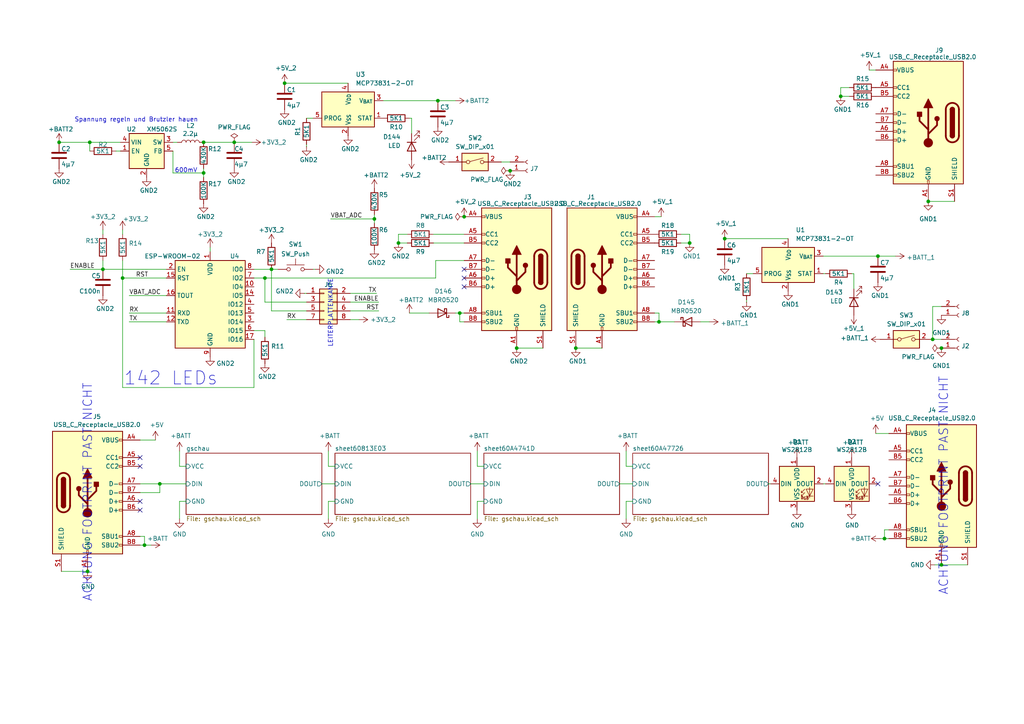
<source format=kicad_sch>
(kicad_sch (version 20231120) (generator "eeschema") (generator_version "8.0")
  (paper "A4")
  (lib_symbols
    (symbol "Battery_Management:MCP73831-2-OT"
      (property "Reference" "U" (at -7.62 6.35 0))
      (property "Value" "MCP73831-2-OT" (at 1.27 6.35 0))
      (symbol "MCP73831-2-OT_1_1"
        (pin tri_state line (at 10.16 -2.54 180) (length 2.54) (name "STAT") (number "1"))
        (pin power_in line (at 0 -7.62 90) (length 2.54) (name "V_{SS}") (number "2"))
        (pin power_out line (at 10.16 2.54 180) (length 2.54) (name "V_{BAT}") (number "3"))
        (pin power_in line (at 0 7.62 270) (length 2.54) (name "V_{DD}") (number "4"))
        (pin input line (at -10.16 -2.54 0) (length 2.54) (name "PROG") (number "5"))
      )
    )
    (symbol "Connector:Conn_01x02_Female" (pin_names (offset 1.016) hide)
      (property "Reference" "J" (at 0 2.54 0))
      (property "Value" "Conn_01x02_Female" (at 0 -5.08 0))
      (symbol "Conn_01x02_Female_1_1"
        (pin passive line (at -5.08 0 0) (length 3.81) (name "Pin_1") (number "1"))
        (pin passive line (at -5.08 -2.54 0) (length 3.81) (name "Pin_2") (number "2"))
      )
    )
    (symbol "Connector:USB_C_Receptacle_USB2.0" (pin_names (offset 1.016))
      (property "Reference" "J" (at -10.16 19.05 0))
      (property "Value" "USB_C_Receptacle_USB2.0" (at 19.05 19.05 0))
      (symbol "USB_C_Receptacle_USB2.0_1_1"
        (pin passive line (at 0 -22.86 90) (length 5.08) (name "GND") (number "A1"))
        (pin passive line (at 0 -22.86 90) (length 5.08) hide (name "GND") (number "A12"))
        (pin passive line (at 15.24 15.24 180) (length 5.08) (name "VBUS") (number "A4"))
        (pin bidirectional line (at 15.24 10.16 180) (length 5.08) (name "CC1") (number "A5"))
        (pin bidirectional line (at 15.24 -2.54 180) (length 5.08) (name "D+") (number "A6"))
        (pin bidirectional line (at 15.24 2.54 180) (length 5.08) (name "D-") (number "A7"))
        (pin bidirectional line (at 15.24 -12.7 180) (length 5.08) (name "SBU1") (number "A8"))
        (pin passive line (at 15.24 15.24 180) (length 5.08) hide (name "VBUS") (number "A9"))
        (pin passive line (at 0 -22.86 90) (length 5.08) hide (name "GND") (number "B1"))
        (pin passive line (at 0 -22.86 90) (length 5.08) hide (name "GND") (number "B12"))
        (pin passive line (at 15.24 15.24 180) (length 5.08) hide (name "VBUS") (number "B4"))
        (pin bidirectional line (at 15.24 7.62 180) (length 5.08) (name "CC2") (number "B5"))
        (pin bidirectional line (at 15.24 -5.08 180) (length 5.08) (name "D+") (number "B6"))
        (pin bidirectional line (at 15.24 0 180) (length 5.08) (name "D-") (number "B7"))
        (pin bidirectional line (at 15.24 -15.24 180) (length 5.08) (name "SBU2") (number "B8"))
        (pin passive line (at 15.24 15.24 180) (length 5.08) hide (name "VBUS") (number "B9"))
        (pin passive line (at -7.62 -22.86 90) (length 5.08) (name "SHIELD") (number "S1"))
      )
    )
    (symbol "Connector_Generic:Conn_02x04_Odd_Even" (pin_names (offset 1.016) hide)
      (property "Reference" "J" (at 1.27 5.08 0))
      (property "Value" "Conn_02x04_Odd_Even" (at 1.27 -7.62 0))
      (symbol "Conn_02x04_Odd_Even_1_1"
        (pin passive line (at -5.08 2.54 0) (length 3.81) (name "Pin_1") (number "1"))
        (pin passive line (at 7.62 2.54 180) (length 3.81) (name "Pin_2") (number "2"))
        (pin passive line (at -5.08 0 0) (length 3.81) (name "Pin_3") (number "3"))
        (pin passive line (at 7.62 0 180) (length 3.81) (name "Pin_4") (number "4"))
        (pin passive line (at -5.08 -2.54 0) (length 3.81) (name "Pin_5") (number "5"))
        (pin passive line (at 7.62 -2.54 180) (length 3.81) (name "Pin_6") (number "6"))
        (pin passive line (at -5.08 -5.08 0) (length 3.81) (name "Pin_7") (number "7"))
        (pin passive line (at 7.62 -5.08 180) (length 3.81) (name "Pin_8") (number "8"))
      )
    )
    (symbol "Device:C" (pin_numbers hide) (pin_names (offset 0.254))
      (property "Reference" "C" (at 0.635 2.54 0))
      (property "Value" "C" (at 0.635 -2.54 0))
      (symbol "C_1_1"
        (pin passive line (at 0 3.81 270) (length 2.794) (name "~") (number "1"))
        (pin passive line (at 0 -3.81 90) (length 2.794) (name "~") (number "2"))
      )
    )
    (symbol "Device:L" (pin_numbers hide) (pin_names (offset 1.016) hide)
      (property "Reference" "L" (at -1.27 0 90))
      (property "Value" "L" (at 1.905 0 90))
      (symbol "L_1_1"
        (pin passive line (at 0 3.81 270) (length 1.27) (name "1") (number "1"))
        (pin passive line (at 0 -3.81 90) (length 1.27) (name "2") (number "2"))
      )
    )
    (symbol "Device:LED" (pin_numbers hide) (pin_names (offset 1.016) hide)
      (property "Reference" "D" (at 0 2.54 0))
      (property "Value" "LED" (at 0 -2.54 0))
      (symbol "LED_1_1"
        (pin passive line (at -3.81 0 0) (length 2.54) (name "K") (number "1"))
        (pin passive line (at 3.81 0 180) (length 2.54) (name "A") (number "2"))
      )
    )
    (symbol "Device:R" (pin_numbers hide) (pin_names (offset 0))
      (property "Reference" "R" (at 2.032 0 90))
      (property "Value" "R" (at 0 0 90))
      (symbol "R_1_1"
        (pin passive line (at 0 3.81 270) (length 1.27) (name "~") (number "1"))
        (pin passive line (at 0 -3.81 90) (length 1.27) (name "~") (number "2"))
      )
    )
    (symbol "Diode:MBR0520" (pin_numbers hide) (pin_names (offset 1.016) hide)
      (property "Reference" "D" (at 0 2.54 0))
      (property "Value" "MBR0520" (at 0 -2.54 0))
      (symbol "MBR0520_1_1"
        (pin passive line (at -3.81 0 0) (length 2.54) (name "K") (number "1"))
        (pin passive line (at 3.81 0 180) (length 2.54) (name "A") (number "2"))
      )
    )
    (symbol "LED:WS2812B" (pin_names (offset 0.254))
      (property "Reference" "D" (at 5.08 5.715 0))
      (property "Value" "WS2812B" (at 1.27 -5.715 0))
      (symbol "WS2812B_0_0"
        (text "RGB" (at 2.286 -4.191 0) (effects (font (size 0.762 0.762))))
      )
      (symbol "WS2812B_1_1"
        (pin power_in line (at 0 7.62 270) (length 2.54) (name "VDD") (number "1"))
        (pin output line (at 7.62 0 180) (length 2.54) (name "DOUT") (number "2"))
        (pin power_in line (at 0 -7.62 90) (length 2.54) (name "VSS") (number "3"))
        (pin input line (at -7.62 0 0) (length 2.54) (name "DIN") (number "4"))
      )
    )
    (symbol "RF_Module:ESP-WROOM-02"
      (property "Reference" "U" (at -7.62 13.97 0))
      (property "Value" "ESP-WROOM-02" (at 10.16 13.97 0))
      (symbol "ESP-WROOM-02_1_1"
        (pin power_in line (at 0 15.24 270) (length 2.54) (name "VDD") (number "1"))
        (pin bidirectional line (at 12.7 5.08 180) (length 2.54) (name "IO4") (number "10"))
        (pin bidirectional line (at -12.7 -2.54 0) (length 2.54) (name "RXD") (number "11"))
        (pin bidirectional line (at -12.7 -5.08 0) (length 2.54) (name "TXD") (number "12"))
        (pin passive line (at 0 -15.24 90) (length 2.54) hide (name "GND") (number "13"))
        (pin bidirectional line (at 12.7 2.54 180) (length 2.54) (name "IO5") (number "14"))
        (pin input line (at -12.7 7.62 0) (length 2.54) (name "RST") (number "15"))
        (pin input line (at -12.7 2.54 0) (length 2.54) (name "TOUT") (number "16"))
        (pin bidirectional line (at 12.7 -10.16 180) (length 2.54) (name "IO16") (number "17"))
        (pin passive line (at 0 -15.24 90) (length 2.54) hide (name "GND") (number "18"))
        (pin passive line (at 0 -15.24 90) (length 2.54) hide (name "GND") (number "19"))
        (pin input line (at -12.7 10.16 0) (length 2.54) (name "EN") (number "2"))
        (pin bidirectional line (at 12.7 -5.08 180) (length 2.54) (name "IO14") (number "3"))
        (pin bidirectional line (at 12.7 0 180) (length 2.54) (name "IO12") (number "4"))
        (pin bidirectional line (at 12.7 -2.54 180) (length 2.54) (name "IO13") (number "5"))
        (pin bidirectional line (at 12.7 -7.62 180) (length 2.54) (name "IO15") (number "6"))
        (pin bidirectional line (at 12.7 7.62 180) (length 2.54) (name "IO2") (number "7"))
        (pin bidirectional line (at 12.7 10.16 180) (length 2.54) (name "IO0") (number "8"))
        (pin power_in line (at 0 -15.24 90) (length 2.54) (name "GND") (number "9"))
      )
    )
    (symbol "Regulator_Switching:TLV62568DBV"
      (property "Reference" "U" (at -5.08 6.35 0))
      (property "Value" "TLV62568DBV" (at 0 6.35 0))
      (symbol "TLV62568DBV_1_1"
        (pin input line (at -7.62 0 0) (length 2.54) (name "EN") (number "1"))
        (pin power_in line (at 0 -7.62 90) (length 2.54) (name "GND") (number "2"))
        (pin power_out line (at 7.62 2.54 180) (length 2.54) (name "SW") (number "3"))
        (pin power_in line (at -7.62 2.54 0) (length 2.54) (name "VIN") (number "4"))
        (pin input line (at 7.62 0 180) (length 2.54) (name "FB") (number "5"))
      )
    )
    (symbol "Switch:SW_DIP_x01" (pin_names (offset 0) hide)
      (property "Reference" "SW" (at 0 3.81 0))
      (property "Value" "SW_DIP_x01" (at 0 -3.81 0))
      (symbol "SW_DIP_x01_1_1"
        (pin passive line (at -7.62 0 0) (length 5.08) (name "~") (number "1"))
        (pin passive line (at 7.62 0 180) (length 5.08) (name "~") (number "2"))
      )
    )
    (symbol "Switch:SW_Push" (pin_numbers hide) (pin_names (offset 1.016) hide)
      (property "Reference" "SW" (at 1.27 2.54 0))
      (property "Value" "SW_Push" (at 0 -1.524 0))
      (symbol "SW_Push_0_1"
        (pin passive line (at -5.08 0 0) (length 2.54) (name "1") (number "1"))
        (pin passive line (at 5.08 0 180) (length 2.54) (name "2") (number "2"))
      )
    )
    (symbol "power:+3.3V" (power) (pin_names (offset 0))
      (property "Value" "+3.3V" (at 0 3.556 0))
      (symbol "+3.3V_1_1"
        (pin power_in line (at 0 0 90) (length 0) hide (name "+3V3") (number "1"))
      )
    )
    (symbol "power:+5V" (power) (pin_names (offset 0))
      (property "Value" "+5V" (at 0 3.556 0))
      (symbol "+5V_1_1"
        (pin power_in line (at 0 0 90) (length 0) hide (name "+5V") (number "1"))
      )
    )
    (symbol "power:+BATT" (power) (pin_names (offset 0))
      (property "Value" "+BATT" (at 0 3.556 0))
      (symbol "+BATT_1_1"
        (pin power_in line (at 0 0 90) (length 0) hide (name "+BATT") (number "1"))
      )
    )
    (symbol "power:GND" (power) (pin_names (offset 0))
      (property "Value" "GND" (at 0 -3.81 0))
      (symbol "GND_1_1"
        (pin power_in line (at 0 0 270) (length 0) hide (name "GND") (number "1"))
      )
    )
    (symbol "power:GND1" (power) (pin_numbers hide) (pin_names (offset 0) hide)
      (property "Value" "GND1" (at 0 -3.81 0))
      (symbol "GND1_1_1"
        (pin power_in line (at 0 0 270) (length 0) (name "~") (number "1"))
      )
    )
    (symbol "power:GND2" (power) (pin_numbers hide) (pin_names (offset 0) hide)
      (property "Value" "GND2" (at 0 -3.81 0))
      (symbol "GND2_1_1"
        (pin power_in line (at 0 0 270) (length 0) (name "~") (number "1"))
      )
    )
    (symbol "power:PWR_FLAG" (power) (pin_numbers hide) (pin_names (offset 0) hide)
      (property "Value" "PWR_FLAG" (at 0 3.81 0))
      (symbol "PWR_FLAG_0_0"
        (pin power_out line (at 0 0 90) (length 0) (name "pwr") (number "1"))
      )
    )
  )
  (junction (at 82.55 24.13) (diameter 0.9144))
  (junction (at 115.57 70.485))
  (junction (at 133.35 90.805))
  (junction (at 108.585 63.5))
  (junction (at 59.055 41.275))
  (junction (at 29.845 78.105))
  (junction (at 210.185 69.215))
  (junction (at 167.005 100.965))
  (junction (at 127 29.21) (diameter 0.9144))
  (junction (at 46.355 140.335))
  (junction (at 78.74 78.105) (diameter 0.9144))
  (junction (at 256.54 156.21))
  (junction (at 147.955 49.53))
  (junction (at 273.05 163.83) (diameter 0.9144))
  (junction (at 243.84 27.94))
  (junction (at 35.56 80.645))
  (junction (at 273.05 100.965))
  (junction (at 149.86 100.965))
  (junction (at 59.055 50.165) (diameter 0.9144))
  (junction (at 25.4 165.735) (diameter 0.9144))
  (junction (at 26.035 41.275))
  (junction (at 41.91 158.115))
  (junction (at 269.24 58.42))
  (junction (at 191.135 93.345))
  (junction (at 270.51 98.425))
  (junction (at 67.945 41.275) (diameter 0.9144))
  (junction (at 17.145 41.275))
  (junction (at 134.62 62.865))
  (junction (at 76.835 80.645))
  (junction (at 200.025 70.485))
  (junction (at 254.635 74.295) (diameter 0.9144))
  (no_connect (at 40.64 147.955))
  (no_connect (at 254.635 140.335))
  (no_connect (at 134.62 83.185))
  (no_connect (at 134.62 80.645))
  (no_connect (at 134.62 78.105))
  (no_connect (at 40.64 145.415))
  (no_connect (at 40.64 132.715))
  (no_connect (at 40.64 135.255))
  (wire (pts (xy 132.08 29.21) (xy 127 29.21)))
  (wire (pts (xy 29.845 66.675) (xy 29.845 67.945)))
  (wire (pts (xy 238.76 140.335) (xy 239.395 140.335)))
  (wire (pts (xy 191.135 90.805) (xy 191.135 93.345)))
  (wire (pts (xy 254 125.73) (xy 257.81 125.73)))
  (wire (pts (xy 273.05 88.9) (xy 270.51 88.9)))
  (wire (pts (xy 197.485 70.485) (xy 200.025 70.485)))
  (wire (pts (xy 95.25 130.81) (xy 95.25 135.255)))
  (wire (pts (xy 216.535 86.995) (xy 216.535 87.63)))
  (wire (pts (xy 101.6 87.63) (xy 109.855 87.63)))
  (wire (pts (xy 115.57 70.485) (xy 115.57 67.945)))
  (wire (pts (xy 59.055 50.165) (xy 59.055 51.435)))
  (wire (pts (xy 41.91 155.575) (xy 41.91 158.115)))
  (wire (pts (xy 59.055 41.275) (xy 67.945 41.275)))
  (wire (pts (xy 132.08 90.805) (xy 133.35 90.805)))
  (wire (pts (xy 26.035 41.275) (xy 34.925 41.275)))
  (wire (pts (xy 167.005 100.965) (xy 174.625 100.965)))
  (wire (pts (xy 138.43 145.415) (xy 140.335 145.415)))
  (wire (pts (xy 119.38 34.29) (xy 119.38 38.735)))
  (wire (pts (xy 108.585 62.23) (xy 108.585 63.5)))
  (wire (pts (xy 126.365 75.565) (xy 126.365 80.645)))
  (wire (pts (xy 136.525 140.335) (xy 140.335 140.335)))
  (wire (pts (xy 52.07 145.415) (xy 53.975 145.415)))
  (wire (pts (xy 35.56 80.645) (xy 35.56 112.395)))
  (wire (pts (xy 104.14 92.71) (xy 101.6 92.71)))
  (wire (pts (xy 223.52 140.335) (xy 222.885 140.335)))
  (wire (pts (xy 189.865 90.805) (xy 191.135 90.805)))
  (wire (pts (xy 29.845 78.105) (xy 48.26 78.105)))
  (wire (pts (xy 95.885 63.5) (xy 108.585 63.5)))
  (wire (pts (xy 243.84 27.94) (xy 243.84 25.4)))
  (wire (pts (xy 88.9 90.17) (xy 78.74 90.17)))
  (wire (pts (xy 40.64 127.635) (xy 45.085 127.635)))
  (wire (pts (xy 17.145 41.275) (xy 26.035 41.275)))
  (wire (pts (xy 33.655 43.815) (xy 34.925 43.815)))
  (wire (pts (xy 95.25 150.495) (xy 95.25 145.415)))
  (wire (pts (xy 133.35 90.805) (xy 134.62 90.805)))
  (wire (pts (xy 88.265 85.09) (xy 88.9 85.09)))
  (wire (pts (xy 52.07 150.495) (xy 52.07 145.415)))
  (wire (pts (xy 119.38 34.29) (xy 118.745 34.29)))
  (wire (pts (xy 93.345 140.335) (xy 97.155 140.335)))
  (wire (pts (xy 200.025 70.485) (xy 200.025 67.945)))
  (wire (pts (xy 41.91 158.115) (xy 40.64 158.115)))
  (wire (pts (xy 138.43 150.495) (xy 138.43 145.415)))
  (wire (pts (xy 269.24 58.42) (xy 276.86 58.42)))
  (wire (pts (xy 37.465 93.345) (xy 48.26 93.345)))
  (wire (pts (xy 35.56 112.395) (xy 73.66 112.395)))
  (wire (pts (xy 78.74 78.105) (xy 78.74 90.17)))
  (wire (pts (xy 118.11 70.485) (xy 115.57 70.485)))
  (wire (pts (xy 40.64 155.575) (xy 41.91 155.575)))
  (wire (pts (xy 43.815 158.115) (xy 41.91 158.115)))
  (wire (pts (xy 256.54 156.21) (xy 257.81 156.21)))
  (wire (pts (xy 246.38 27.94) (xy 243.84 27.94)))
  (wire (pts (xy 40.64 140.335) (xy 46.355 140.335)))
  (wire (pts (xy 82.55 24.13) (xy 100.965 24.13)))
  (wire (pts (xy 134.62 67.945) (xy 125.73 67.945)))
  (wire (pts (xy 191.135 93.345) (xy 195.58 93.345)))
  (wire (pts (xy 254 20.32) (xy 252.095 20.32)))
  (wire (pts (xy 108.585 63.5) (xy 108.585 64.77)))
  (wire (pts (xy 95.25 145.415) (xy 97.155 145.415)))
  (wire (pts (xy 210.185 69.215) (xy 228.6 69.215)))
  (wire (pts (xy 280.67 163.83) (xy 273.05 163.83)))
  (wire (pts (xy 111.125 29.21) (xy 127 29.21)))
  (wire (pts (xy 73.025 41.275) (xy 67.945 41.275)))
  (wire (pts (xy 134.62 70.485) (xy 125.73 70.485)))
  (wire (pts (xy 255.27 156.21) (xy 256.54 156.21)))
  (wire (pts (xy 203.2 93.345) (xy 205.74 93.345)))
  (wire (pts (xy 157.48 100.965) (xy 149.86 100.965)))
  (wire (pts (xy 52.07 135.255) (xy 53.975 135.255)))
  (wire (pts (xy 29.845 75.565) (xy 29.845 78.105)))
  (wire (pts (xy 243.84 25.4) (xy 246.38 25.4)))
  (wire (pts (xy 88.9 34.29) (xy 90.805 34.29)))
  (wire (pts (xy 73.66 95.885) (xy 76.835 95.885)))
  (wire (pts (xy 181.61 145.415) (xy 183.515 145.415)))
  (wire (pts (xy 200.025 67.945) (xy 197.485 67.945)))
  (wire (pts (xy 83.185 92.71) (xy 88.9 92.71)))
  (wire (pts (xy 181.61 135.255) (xy 183.515 135.255)))
  (wire (pts (xy 181.61 130.81) (xy 181.61 135.255)))
  (wire (pts (xy 35.56 75.565) (xy 35.56 80.645)))
  (wire (pts (xy 80.645 78.105) (xy 78.74 78.105)))
  (wire (pts (xy 189.865 62.865) (xy 191.77 62.865)))
  (wire (pts (xy 134.62 75.565) (xy 126.365 75.565)))
  (wire (pts (xy 73.66 80.645) (xy 76.835 80.645)))
  (wire (pts (xy 134.62 93.345) (xy 133.35 93.345)))
  (wire (pts (xy 101.6 90.17) (xy 109.855 90.17)))
  (wire (pts (xy 40.64 142.875) (xy 46.355 142.875)))
  (wire (pts (xy 259.715 74.295) (xy 254.635 74.295)))
  (wire (pts (xy 46.355 140.335) (xy 53.975 140.335)))
  (wire (pts (xy 247.65 79.375) (xy 247.65 83.82)))
  (wire (pts (xy 59.055 48.895) (xy 59.055 50.165)))
  (wire (pts (xy 145.415 46.99) (xy 147.955 46.99)))
  (wire (pts (xy 115.57 67.945) (xy 118.11 67.945)))
  (wire (pts (xy 73.66 78.105) (xy 78.74 78.105)))
  (wire (pts (xy 46.355 140.335) (xy 46.355 142.875)))
  (wire (pts (xy 95.25 135.255) (xy 97.155 135.255)))
  (wire (pts (xy 138.43 135.255) (xy 140.335 135.255)))
  (wire (pts (xy 216.535 79.375) (xy 218.44 79.375)))
  (wire (pts (xy 52.07 130.81) (xy 52.07 135.255)))
  (wire (pts (xy 101.6 85.09) (xy 109.22 85.09)))
  (wire (pts (xy 191.135 93.345) (xy 189.865 93.345)))
  (wire (pts (xy 118.745 90.805) (xy 124.46 90.805)))
  (wire (pts (xy 181.61 150.495) (xy 181.61 145.415)))
  (wire (pts (xy 239.395 79.375) (xy 238.76 79.375)))
  (wire (pts (xy 256.54 153.67) (xy 256.54 156.21)))
  (wire (pts (xy 271.145 163.83) (xy 273.05 163.83)))
  (wire (pts (xy 270.51 88.9) (xy 270.51 98.425)))
  (wire (pts (xy 35.56 66.675) (xy 35.56 67.945)))
  (wire (pts (xy 91.44 78.105) (xy 90.805 78.105)))
  (wire (pts (xy 270.51 98.425) (xy 273.05 98.425)))
  (wire (pts (xy 50.165 43.815) (xy 50.165 50.165)))
  (wire (pts (xy 37.465 85.725) (xy 48.26 85.725)))
  (wire (pts (xy 20.32 78.105) (xy 29.845 78.105)))
  (wire (pts (xy 138.43 130.81) (xy 138.43 135.255)))
  (wire (pts (xy 88.9 41.91) (xy 88.9 42.545)))
  (wire (pts (xy 247.65 79.375) (xy 247.015 79.375)))
  (wire (pts (xy 60.96 71.755) (xy 60.96 73.025)))
  (wire (pts (xy 76.835 87.63) (xy 76.835 80.645)))
  (wire (pts (xy 51.435 41.275) (xy 50.165 41.275)))
  (wire (pts (xy 50.165 50.165) (xy 59.055 50.165)))
  (wire (pts (xy 48.26 80.645) (xy 35.56 80.645)))
  (wire (pts (xy 17.78 165.735) (xy 25.4 165.735)))
  (wire (pts (xy 26.035 41.275) (xy 26.035 43.815)))
  (wire (pts (xy 37.465 90.805) (xy 48.26 90.805)))
  (wire (pts (xy 133.35 93.345) (xy 133.35 90.805)))
  (wire (pts (xy 88.9 87.63) (xy 76.835 87.63)))
  (wire (pts (xy 238.76 74.295) (xy 254.635 74.295)))
  (wire (pts (xy 257.81 153.67) (xy 256.54 153.67)))
  (wire (pts (xy 179.705 140.335) (xy 183.515 140.335)))
  (wire (pts (xy 126.365 80.645) (xy 76.835 80.645)))
  (wire (pts (xy 76.835 95.885) (xy 76.835 97.79)))
  (wire (pts (xy 73.66 112.395) (xy 73.66 98.425)))
  (text "LEITERPLATTENKANTE" (at 95.885 90.805 90) (effects (font (size 1.27 1.27))))
  (text "142 LEDs" (at 49.53 109.855 0) (effects (font (size 3.81 3.81))))
  (text "ACHTUNG FOOTPRINT PAST NICHT" (at 273.685 140.97 90) (effects (font (size 2.54 2.54))))
  (text "ACHTUNG FOOTPRINT PAST NICHT" (at 25.4 142.875 90) (effects (font (size 2.54 2.54))))
  (text "600mV" (at 53.975 49.53 0) (effects (font (size 1.27 1.27))))
  (text "Spannung regeln und Brutzler hauen" (at 21.59 35.56 0) (effects (font (size 1.27 1.27)) (justify left bottom)))
  (label "RST" (at 109.855 90.17 180))
  (label "TX" (at 109.22 85.09 180))
  (label "VBAT_ADC" (at 95.885 63.5 0))
  (label "RX" (at 37.465 90.805 0))
  (label "VBAT_ADC" (at 37.465 85.725 0))
  (label "RX" (at 83.185 92.71 0))
  (label "RST" (at 39.37 80.645 0))
  (label "TX" (at 37.465 93.345 0))
  (label "ENABLE" (at 109.855 87.63 180))
  (label "ENABLE" (at 20.32 78.105 0))
  (symbol (lib_id "power:GND") (at 52.07 150.495 0) (unit 1)
    (property "Reference" "#PWR020" (effects (hide yes)))
    (property "Value" "GND" (at 52.07 154.94 0))
  )
  (symbol (lib_id "Device:C") (at 17.145 45.085 0) (unit 1)
    (property "Reference" "C2" (at 17.78 43.18 0) (effects (justify left)))
    (property "Value" "4µ7" (at 17.78 47.625 0) (effects (justify left)))
    (property "Footprint" "Capacitor_SMD:C_1206_3216Metric" (effects (hide yes)))
  )
  (symbol (lib_id "Device:L") (at 55.245 41.275 90) (unit 1)
    (property "Reference" "L2" (at 55.245 36.449 90))
    (property "Value" "2.2µ" (at 55.245 38.7604 90))
    (property "Footprint" "Inductor_SMD:L_1210_3225Metric_Pad1.42x2.65mm_HandSolder" (effects (hide yes)))
  )
  (symbol (lib_id "Device:C") (at 67.945 45.085 0) (unit 1)
    (property "Reference" "C4" (at 67.945 43.18 0) (effects (justify left)))
    (property "Value" "4µ7" (at 67.945 47.625 0) (effects (justify left)))
    (property "Footprint" "Capacitor_SMD:C_1206_3216Metric" (effects (hide yes)))
  )
  (symbol (lib_id "LED:WS2812B") (at 231.14 140.335 0) (unit 1)
    (property "Reference" "D1" (at 231.14 128.1176 0))
    (property "Value" "WS2812B" (at 231.14 130.429 0))
    (property "Footprint" "LED_SMD:LED_SK6812MINI_PLCC4_3.5x3.5mm_P1.75mm" (effects (hide yes)))
    (property "Datasheet" "https://cdn-shop.adafruit.com/datasheets/WS2812B.pdf" (effects (hide yes)))
  )
  (symbol (lib_id "power:GND") (at 231.14 147.955 0) (unit 1)
    (property "Reference" "#PWR028" (effects (hide yes)))
    (property "Value" "GND" (at 231.267 152.3492 0))
  )
  (symbol (lib_id "LED:WS2812B") (at 247.015 140.335 0) (unit 1)
    (property "Reference" "D2" (at 247.015 128.1176 0))
    (property "Value" "WS2812B" (at 247.015 130.429 0))
    (property "Footprint" "LED_SMD:LED_SK6812MINI_PLCC4_3.5x3.5mm_P1.75mm" (effects (hide yes)))
    (property "Datasheet" "https://cdn-shop.adafruit.com/datasheets/WS2812B.pdf" (effects (hide yes)))
  )
  (symbol (lib_id "power:GND") (at 247.015 147.955 0) (unit 1)
    (property "Reference" "#PWR030" (effects (hide yes)))
    (property "Value" "GND" (at 247.142 152.3492 0))
  )
  (symbol (lib_id "Device:R") (at 78.74 74.295 0) (unit 1)
    (property "Reference" "R7" (at 74.295 73.025 0) (effects (justify left)))
    (property "Value" "5K1" (at 78.74 76.2 90) (effects (justify left)))
    (property "Footprint" "Resistor_SMD:R_0603_1608Metric_Pad0.98x0.95mm_HandSolder" (effects (hide yes)))
  )
  (symbol (lib_id "Device:C") (at 82.55 27.94 0) (unit 1)
    (property "Reference" "C1" (at 83.185 26.035 0) (effects (justify left)))
    (property "Value" "4µ7" (at 83.185 30.48 0) (effects (justify left)))
    (property "Footprint" "Capacitor_SMD:C_1206_3216Metric" (effects (hide yes)))
  )
  (symbol (lib_id "Device:C") (at 127 33.02 0) (unit 1)
    (property "Reference" "C3" (at 127.635 31.115 0) (effects (justify left)))
    (property "Value" "4µ7" (at 127.635 35.56 0) (effects (justify left)))
    (property "Footprint" "Capacitor_SMD:C_1206_3216Metric" (effects (hide yes)))
  )
  (symbol (lib_id "power:+5V") (at 82.55 24.13 0) (unit 1)
    (property "Reference" "#PWR01" (effects (hide yes)))
    (property "Value" "+5V_2" (at 82.931 19.7358 0))
  )
  (symbol (lib_id "power:+3.3V") (at 60.96 71.755 0) (unit 1)
    (property "Reference" "#PWR07" (effects (hide yes)))
    (property "Value" "+3V3_2" (at 60.96 67.945 0))
  )
  (symbol (lib_id "power:+BATT") (at 52.07 130.81 0) (unit 1)
    (property "Reference" "#PWR019" (effects (hide yes)))
    (property "Value" "+BATT" (at 52.451 126.4158 0))
  )
  (symbol (lib_id "Switch:SW_Push") (at 85.725 78.105 0) (unit 1)
    (property "Reference" "SW1" (at 85.725 70.866 0))
    (property "Value" "SW_Push" (at 85.725 73.66 0))
    (property "Footprint" "Button_Switch_SMD:SW_Push_1P1T_NO_CK_KSC7xxJ" (effects (hide yes)))
  )
  (symbol (lib_id "power:+BATT") (at 231.14 132.715 0) (unit 1)
    (property "Reference" "#PWR027" (effects (hide yes)))
    (property "Value" "+BATT" (at 231.521 128.3208 0))
  )
  (symbol (lib_id "power:+BATT") (at 247.015 132.715 0) (unit 1)
    (property "Reference" "#PWR029" (effects (hide yes)))
    (property "Value" "+BATT" (at 247.396 128.3208 0))
  )
  (symbol (lib_id "power:PWR_FLAG") (at 67.945 41.275 0) (unit 1)
    (property "Reference" "#FLG0103" (effects (hide yes)))
    (property "Value" "PWR_FLAG" (at 67.945 36.8808 0))
  )
  (symbol (lib_id "Connector:USB_C_Receptacle_USB2.0") (at 149.86 78.105 0) (mirror y) (unit 1)
    (property "Reference" "J3" (at 153.035 57.15 0))
    (property "Value" "USB_C_Receptacle_USB2.0" (at 151.13 59.055 0))
    (property "Footprint" "Connector_USB:USB_C_Receptacle_HRO_TYPE-C-31-M-12" (effects (hide yes)))
    (property "Datasheet" "https://www.usb.org/sites/default/files/documents/usb_type-c.zip" (effects (hide yes)))
  )
  (symbol (lib_id "power:PWR_FLAG") (at 134.62 62.865 90) (mirror x) (unit 1)
    (property "Reference" "#FLG0104" (effects (hide yes)))
    (property "Value" "PWR_FLAG" (at 131.445 62.865 90) (effects (justify left)))
  )
  (symbol (lib_id "Device:R") (at 121.92 67.945 90) (mirror x) (unit 1)
    (property "Reference" "R8" (at 121.92 65.405 90))
    (property "Value" "5K1" (at 121.92 67.945 90))
    (property "Footprint" "Resistor_SMD:R_0603_1608Metric_Pad0.98x0.95mm_HandSolder" (effects (hide yes)))
  )
  (symbol (lib_id "Device:R") (at 121.92 70.485 90) (mirror x) (unit 1)
    (property "Reference" "R9" (at 121.92 73.025 90))
    (property "Value" "5K1" (at 121.92 70.485 90))
    (property "Footprint" "Resistor_SMD:R_0603_1608Metric_Pad0.98x0.95mm_HandSolder" (effects (hide yes)))
  )
  (symbol (lib_id "Device:R") (at 88.9 38.1 0) (unit 1)
    (property "Reference" "R1" (at 86.36 38.1 90))
    (property "Value" "5K1" (at 88.9 38.1 90))
    (property "Footprint" "Resistor_SMD:R_0603_1608Metric_Pad0.98x0.95mm_HandSolder" (effects (hide yes)))
  )
  (symbol (lib_id "Device:R") (at 29.845 43.815 270) (unit 1)
    (property "Reference" "R2" (at 29.845 41.91 90))
    (property "Value" "5K1" (at 29.845 43.815 90))
    (property "Footprint" "Resistor_SMD:R_0603_1608Metric_Pad0.98x0.95mm_HandSolder" (effects (hide yes)))
  )
  (symbol (lib_id "power:+3.3V") (at 35.56 66.675 0) (unit 1)
    (property "Reference" "#PWR034" (effects (hide yes)))
    (property "Value" "+3V3_2" (at 39.37 63.5 0))
  )
  (symbol (lib_id "power:+BATT") (at 255.27 156.21 90) (mirror x) (unit 1)
    (property "Reference" "#PWR0108" (effects (hide yes)))
    (property "Value" "+BATT" (at 249.555 156.21 90))
  )
  (symbol (lib_id "power:GND2") (at 59.055 59.055 0) (unit 1)
    (property "Reference" "#PWR06" (effects (hide yes)))
    (property "Value" "GND2" (at 59.69 62.865 0))
    (property "Description" "Power symbol creates a global label with name \"GND2\" , ground" (effects (hide yes)))
  )
  (symbol (lib_id "Device:C") (at 210.185 73.025 0) (unit 1)
    (property "Reference" "C6" (at 210.82 71.12 0) (effects (justify left)))
    (property "Value" "4µ7" (at 210.82 75.565 0) (effects (justify left)))
    (property "Footprint" "Capacitor_SMD:C_1206_3216Metric" (effects (hide yes)))
  )
  (symbol (lib_id "Device:R") (at 59.055 45.085 0) (unit 1)
    (property "Reference" "R12" (at 60.325 43.18 0) (effects (justify left)))
    (property "Value" "430K" (at 59.055 47.625 90) (effects (justify left)))
    (property "Footprint" "Resistor_SMD:R_0603_1608Metric_Pad0.98x0.95mm_HandSolder" (effects (hide yes)))
  )
  (symbol (lib_id "Connector:USB_C_Receptacle_USB2.0") (at 174.625 78.105 0) (unit 1)
    (property "Reference" "J1" (at 171.45 57.15 0))
    (property "Value" "USB_C_Receptacle_USB2.0" (at 173.355 59.055 0))
    (property "Footprint" "Connector_USB:USB_C_Receptacle_HRO_TYPE-C-31-M-12" (effects (hide yes)))
    (property "Datasheet" "https://www.usb.org/sites/default/files/documents/usb_type-c.zip" (effects (hide yes)))
  )
  (symbol (lib_id "power:GND2") (at 108.585 72.39 0) (unit 1)
    (property "Reference" "#PWR018" (effects (hide yes)))
    (property "Value" "GND2" (at 109.22 76.2 0))
    (property "Description" "Power symbol creates a global label with name \"GND2\" , ground" (effects (hide yes)))
  )
  (symbol (lib_id "Battery_Management:MCP73831-2-OT") (at 228.6 76.835 0) (unit 1)
    (property "Reference" "U1" (at 230.7941 66.675 0) (effects (justify left)))
    (property "Value" "MCP73831-2-OT" (at 230.7941 69.215 0) (effects (justify left)))
    (property "Footprint" "Package_TO_SOT_SMD:SOT-23-5" (effects (hide yes)))
    (property "Datasheet" "http://ww1.microchip.com/downloads/en/DeviceDoc/20001984g.pdf" (effects (hide yes)))
    (property "Description" "Single cell, Li-Ion/Li-Po charge management controller, 4.20V, Tri-State Status Output, in SOT23-5 package" (effects (hide yes)))
  )
  (symbol (lib_id "Diode:MBR0520") (at 128.27 90.805 180) (unit 1)
    (property "Reference" "D146" (at 128.5875 84.455 0))
    (property "Value" "MBR0520" (at 128.5875 86.995 0))
    (property "Footprint" "Diode_SMD:D_SOD-123" (effects (hide yes)))
    (property "Datasheet" "http://www.mccsemi.com/up_pdf/MBR0520~MBR0580(SOD123).pdf" (effects (hide yes)))
    (property "Description" "20V 0.5A Schottky Power Rectifier Diode, SOD-123" (effects (hide yes)))
  )
  (symbol (lib_id "Connector:Conn_01x02_Female") (at 278.13 91.44 0) (mirror x) (unit 1)
    (property "Reference" "J8" (at 278.8412 90.8304 0) (effects (justify left)))
    (property "Value" "Conn_01x02_Female" (effects (hide yes)))
    (property "Footprint" "Connector_JST:JST_PH_B2B-PH-K_1x02_P2.00mm_Vertical" (effects (hide yes)))
  )
  (symbol (lib_id "power:+BATT") (at 95.25 130.81 0) (unit 1)
    (property "Reference" "#PWR09" (effects (hide yes)))
    (property "Value" "+BATT" (at 95.631 126.4158 0))
  )
  (symbol (lib_id "power:GND") (at 271.145 163.83 270) (mirror x) (unit 1)
    (property "Reference" "#PWR0107" (effects (hide yes)))
    (property "Value" "GND" (at 266.065 163.83 90))
  )
  (symbol (lib_id "power:GND1") (at 216.535 87.63 0) (unit 1)
    (property "Reference" "#PWR041" (effects (hide yes)))
    (property "Value" "GND1" (at 217.17 91.44 0))
    (property "Description" "Power symbol creates a global label with name \"GND1\" , ground" (effects (hide yes)))
  )
  (symbol (lib_id "Device:R") (at 114.935 34.29 90) (unit 1)
    (property "Reference" "R10" (at 114.935 36.83 90))
    (property "Value" "5K1" (at 114.935 34.29 90))
    (property "Footprint" "Resistor_SMD:R_0603_1608Metric_Pad0.98x0.95mm_HandSolder" (effects (hide yes)))
  )
  (symbol (lib_id "Device:R") (at 108.585 68.58 0) (unit 1)
    (property "Reference" "R6" (at 109.855 66.675 0) (effects (justify left)))
    (property "Value" "100K" (at 108.585 71.12 90) (effects (justify left)))
    (property "Footprint" "Resistor_SMD:R_0603_1608Metric_Pad0.98x0.95mm_HandSolder" (effects (hide yes)))
  )
  (symbol (lib_id "power:+5V") (at 252.095 20.32 0) (unit 1)
    (property "Reference" "#PWR063" (effects (hide yes)))
    (property "Value" "+5V_1" (at 252.476 15.9258 0))
  )
  (symbol (lib_id "power:+BATT") (at 138.43 130.81 0) (unit 1)
    (property "Reference" "#PWR022" (effects (hide yes)))
    (property "Value" "+BATT" (at 138.811 126.4158 0))
  )
  (symbol (lib_id "power:GND") (at 95.25 150.495 0) (unit 1)
    (property "Reference" "#PWR021" (effects (hide yes)))
    (property "Value" "GND" (at 95.25 154.94 0))
  )
  (symbol (lib_id "power:+BATT") (at 108.585 54.61 0) (unit 1)
    (property "Reference" "#PWR053" (effects (hide yes)))
    (property "Value" "+BATT2" (at 105.41 50.8 0) (effects (justify left)))
  )
  (symbol (lib_id "Device:C") (at 29.845 81.915 180) (unit 1)
    (property "Reference" "C5" (at 29.21 80.01 0) (effects (justify left)))
    (property "Value" "C100n" (at 29.21 84.455 0) (effects (justify left)))
    (property "Footprint" "Capacitor_SMD:C_0603_1608Metric_Pad1.08x0.95mm_HandSolder" (effects (hide yes)))
  )
  (symbol (lib_id "power:+BATT") (at 43.815 158.115 270) (unit 1)
    (property "Reference" "#PWR0105" (effects (hide yes)))
    (property "Value" "+BATT" (at 45.72 156.21 90))
  )
  (symbol (lib_id "power:+BATT") (at 181.61 130.81 0) (unit 1)
    (property "Reference" "#PWR024" (effects (hide yes)))
    (property "Value" "+BATT" (at 181.991 126.4158 0))
  )
  (symbol (lib_id "power:+5V") (at 119.38 46.355 180) (unit 1)
    (property "Reference" "#PWR049" (effects (hide yes)))
    (property "Value" "+5V_2" (at 118.999 50.7492 0))
  )
  (symbol (lib_id "power:GND2") (at 67.945 48.895 0) (unit 1)
    (property "Reference" "#PWR04" (effects (hide yes)))
    (property "Value" "GND2" (at 68.58 52.705 0))
    (property "Description" "Power symbol creates a global label with name \"GND2\" , ground" (effects (hide yes)))
  )
  (symbol (lib_id "power:GND2") (at 60.96 103.505 0) (unit 1)
    (property "Reference" "#PWR033" (effects (hide yes)))
    (property "Value" "GND2" (at 65.405 105.41 0))
    (property "Description" "Power symbol creates a global label with name \"GND2\" , ground" (effects (hide yes)))
  )
  (symbol (lib_id "power:GND2") (at 91.44 78.105 90) (unit 1)
    (property "Reference" "#PWR031" (effects (hide yes)))
    (property "Value" "GND2" (at 97.155 78.74 90))
    (property "Description" "Power symbol creates a global label with name \"GND2\" , ground" (effects (hide yes)))
  )
  (symbol (lib_id "Device:R") (at 35.56 71.755 0) (unit 1)
    (property "Reference" "R14" (at 37.338 70.5866 0) (effects (justify left)))
    (property "Value" "5K1" (at 35.56 73.66 90) (effects (justify left)))
    (property "Footprint" "Resistor_SMD:R_0603_1608Metric_Pad0.98x0.95mm_HandSolder" (effects (hide yes)))
  )
  (symbol (lib_id "power:GND1") (at 273.05 91.44 0) (unit 1)
    (property "Reference" "#PWR016" (effects (hide yes)))
    (property "Value" "GND1" (at 273.05 96.52 0))
    (property "Description" "Power symbol creates a global label with name \"GND1\" , ground" (effects (hide yes)))
  )
  (symbol (lib_id "power:GND2") (at 82.55 31.75 0) (unit 1)
    (property "Reference" "#PWR051" (effects (hide yes)))
    (property "Value" "GND2" (at 83.185 35.56 0))
    (property "Description" "Power symbol creates a global label with name \"GND2\" , ground" (effects (hide yes)))
  )
  (symbol (lib_id "power:GND2") (at 115.57 70.485 0) (unit 1)
    (property "Reference" "#PWR062" (effects (hide yes)))
    (property "Value" "GND2" (at 116.205 74.295 0))
    (property "Description" "Power symbol creates a global label with name \"GND2\" , ground" (effects (hide yes)))
  )
  (symbol (lib_id "power:+BATT") (at 205.74 93.345 270) (unit 1)
    (property "Reference" "#PWR046" (effects (hide yes)))
    (property "Value" "+BATT_1" (at 208.9912 93.726 90) (effects (justify left)))
  )
  (symbol (lib_id "Device:R") (at 216.535 83.185 0) (unit 1)
    (property "Reference" "R3" (at 213.995 83.185 90))
    (property "Value" "5K1" (at 216.535 83.185 90))
    (property "Footprint" "Resistor_SMD:R_0603_1608Metric_Pad0.98x0.95mm_HandSolder" (effects (hide yes)))
  )
  (symbol (lib_id "power:+3.3V") (at 104.14 92.71 270) (unit 1)
    (property "Reference" "#PWR08" (effects (hide yes)))
    (property "Value" "+3V3_2" (at 111.125 92.71 90))
  )
  (symbol (lib_id "power:GND2") (at 17.145 48.895 0) (unit 1)
    (property "Reference" "#PWR012" (effects (hide yes)))
    (property "Value" "GND2" (at 17.78 52.705 0))
    (property "Description" "Power symbol creates a global label with name \"GND2\" , ground" (effects (hide yes)))
  )
  (symbol (lib_id "Battery_Management:MCP73831-2-OT") (at 100.965 31.75 0) (unit 1)
    (property "Reference" "U3" (at 103.1591 21.59 0) (effects (justify left)))
    (property "Value" "MCP73831-2-OT" (at 103.1591 24.13 0) (effects (justify left)))
    (property "Footprint" "Package_TO_SOT_SMD:SOT-23-5" (effects (hide yes)))
    (property "Datasheet" "http://ww1.microchip.com/downloads/en/DeviceDoc/20001984g.pdf" (effects (hide yes)))
    (property "Description" "Single cell, Li-Ion/Li-Po charge management controller, 4.20V, Tri-State Status Output, in SOT23-5 package" (effects (hide yes)))
  )
  (symbol (lib_id "power:+BATT") (at 17.145 41.275 0) (unit 1)
    (property "Reference" "#PWR052" (effects (hide yes)))
    (property "Value" "+BATT2" (at 13.97 37.465 0) (effects (justify left)))
  )
  (symbol (lib_id "power:+5V") (at 134.62 62.865 0) (unit 1)
    (property "Reference" "#PWR03" (effects (hide yes)))
    (property "Value" "+5V_2" (at 135.001 58.4708 0))
  )
  (symbol (lib_id "power:GND2") (at 88.265 85.09 270) (unit 1)
    (property "Reference" "#PWR017" (effects (hide yes)))
    (property "Value" "GND2" (at 82.55 84.455 90))
    (property "Description" "Power symbol creates a global label with name \"GND2\" , ground" (effects (hide yes)))
  )
  (symbol (lib_id "power:GND") (at 25.4 165.735 0) (unit 1)
    (property "Reference" "#PWR0106" (effects (hide yes)))
    (property "Value" "GND" (at 25.527 170.1292 0))
  )
  (symbol (lib_id "Switch:SW_DIP_x01") (at 262.89 98.425 0) (unit 1)
    (property "Reference" "SW3" (at 262.89 91.44 0))
    (property "Value" "SW_DIP_x01" (at 262.89 93.98 0))
    (property "Footprint" "Button_Switch_SMD:SW_SPDT_PCM12" (effects (hide yes)))
    (property "LCSC" "C3036445 C223846" (effects (hide yes)))
  )
  (symbol (lib_id "power:+3.3V") (at 73.025 41.275 270) (unit 1)
    (property "Reference" "#PWR014" (effects (hide yes)))
    (property "Value" "+3V3_2" (at 79.375 41.275 90))
  )
  (symbol (lib_id "power:+5V") (at 45.085 127.635 0) (unit 1)
    (property "Reference" "#PWR038" (effects (hide yes)))
    (property "Value" "+5V" (at 45.466 123.2408 0))
  )
  (symbol (lib_id "power:GND1") (at 200.025 70.485 0) (unit 1)
    (property "Reference" "#PWR043" (effects (hide yes)))
    (property "Value" "GND1" (at 200.66 74.295 0))
    (property "Description" "Power symbol creates a global label with name \"GND1\" , ground" (effects (hide yes)))
  )
  (symbol (lib_id "power:GND2") (at 29.845 85.725 0) (unit 1)
    (property "Reference" "#PWR035" (effects (hide yes)))
    (property "Value" "GND2" (at 30.48 89.535 0))
    (property "Description" "Power symbol creates a global label with name \"GND2\" , ground" (effects (hide yes)))
  )
  (symbol (lib_id "power:PWR_FLAG") (at 147.955 49.53 90) (unit 1)
    (property "Reference" "#FLG02" (effects (hide yes)))
    (property "Value" "PWR_FLAG" (at 146.05 52.07 90) (effects (justify left)))
  )
  (symbol (lib_id "power:+5V") (at 254 125.73 0) (unit 1)
    (property "Reference" "#PWR026" (effects (hide yes)))
    (property "Value" "+5V" (at 254.381 121.3358 0))
  )
  (symbol (lib_id "power:GND2") (at 100.965 39.37 0) (unit 1)
    (property "Reference" "#PWR037" (effects (hide yes)))
    (property "Value" "GND2" (at 101.6 43.18 0))
    (property "Description" "Power symbol creates a global label with name \"GND2\" , ground" (effects (hide yes)))
  )
  (symbol (lib_id "Device:R") (at 29.845 71.755 0) (unit 1)
    (property "Reference" "R13" (at 24.765 69.85 0) (effects (justify left)))
    (property "Value" "5K1" (at 29.845 73.66 90) (effects (justify left)))
    (property "Footprint" "Resistor_SMD:R_0603_1608Metric_Pad0.98x0.95mm_HandSolder" (effects (hide yes)))
  )
  (symbol (lib_id "power:GND1") (at 243.84 27.94 0) (unit 1)
    (property "Reference" "#PWR055" (effects (hide yes)))
    (property "Value" "GND1" (at 244.475 31.75 0))
    (property "Description" "Power symbol creates a global label with name \"GND1\" , ground" (effects (hide yes)))
  )
  (symbol (lib_id "Device:R") (at 193.675 67.945 270) (unit 1)
    (property "Reference" "R18" (at 193.675 65.405 90))
    (property "Value" "5K1" (at 193.675 67.945 90))
    (property "Footprint" "Resistor_SMD:R_0603_1608Metric_Pad0.98x0.95mm_HandSolder" (effects (hide yes)))
  )
  (symbol (lib_id "power:+BATT") (at 132.08 29.21 270) (unit 1)
    (property "Reference" "#PWR013" (effects (hide yes)))
    (property "Value" "+BATT2" (at 134.62 29.21 90) (effects (justify left)))
  )
  (symbol (lib_id "power:+BATT") (at 130.175 46.99 90) (unit 1)
    (property "Reference" "#PWR057" (effects (hide yes)))
    (property "Value" "+BATT2" (at 129.54 45.72 90) (effects (justify left)))
  )
  (symbol (lib_id "power:PWR_FLAG") (at 273.05 100.965 90) (unit 1)
    (property "Reference" "#FLG01" (effects (hide yes)))
    (property "Value" "PWR_FLAG" (at 271.145 103.505 90) (effects (justify left)))
  )
  (symbol (lib_id "power:+BATT") (at 118.745 90.805 0) (unit 1)
    (property "Reference" "#PWR054" (effects (hide yes)))
    (property "Value" "+BATT2" (at 115.57 86.995 0) (effects (justify left)))
  )
  (symbol (lib_id "power:+5V") (at 210.185 69.215 0) (unit 1)
    (property "Reference" "#PWR040" (effects (hide yes)))
    (property "Value" "+5V_1" (at 210.566 64.8208 0))
  )
  (symbol (lib_id "Device:R") (at 108.585 58.42 0) (unit 1)
    (property "Reference" "R5" (at 109.855 56.515 0) (effects (justify left)))
    (property "Value" "430K" (at 108.585 60.96 90) (effects (justify left)))
    (property "Footprint" "Resistor_SMD:R_0603_1608Metric_Pad0.98x0.95mm_HandSolder" (effects (hide yes)))
  )
  (symbol (lib_id "Device:LED") (at 119.38 42.545 90) (mirror x) (unit 1)
    (property "Reference" "D144" (at 116.205 39.6874 90) (effects (justify left)))
    (property "Value" "LED" (at 116.205 42.2274 90) (effects (justify left)))
    (property "Footprint" "LED_SMD:LED_0603_1608Metric" (effects (hide yes)))
    (property "Description" "Light emitting diode" (effects (hide yes)))
  )
  (symbol (lib_id "power:GND") (at 138.43 150.495 0) (unit 1)
    (property "Reference" "#PWR023" (effects (hide yes)))
    (property "Value" "GND" (at 138.43 154.94 0))
  )
  (symbol (lib_id "Switch:SW_DIP_x01") (at 137.795 46.99 0) (unit 1)
    (property "Reference" "SW2" (at 137.795 40.005 0))
    (property "Value" "SW_DIP_x01" (at 137.795 42.545 0))
    (property "Footprint" "Button_Switch_SMD:SW_SPDT_PCM12" (effects (hide yes)))
    (property "LCSC" "C3036445 C223846" (effects (hide yes)))
  )
  (symbol (lib_id "Connector:USB_C_Receptacle_USB2.0") (at 269.24 35.56 0) (mirror y) (unit 1)
    (property "Reference" "J9" (at 272.415 14.605 0))
    (property "Value" "USB_C_Receptacle_USB2.0" (at 270.51 16.51 0))
    (property "Footprint" "Connector_USB:USB_C_Receptacle_HRO_TYPE-C-31-M-12" (effects (hide yes)))
    (property "Datasheet" "https://www.usb.org/sites/default/files/documents/usb_type-c.zip" (effects (hide yes)))
  )
  (symbol (lib_id "power:+BATT") (at 259.715 74.295 270) (unit 1)
    (property "Reference" "#PWR045" (effects (hide yes)))
    (property "Value" "+BATT_1" (at 262.9662 74.676 90) (effects (justify left)))
  )
  (symbol (lib_id "power:GND1") (at 273.05 100.965 0) (unit 1)
    (property "Reference" "#PWR044" (effects (hide yes)))
    (property "Value" "GND1" (at 273.05 106.045 0))
    (property "Description" "Power symbol creates a global label with name \"GND1\" , ground" (effects (hide yes)))
  )
  (symbol (lib_id "power:GND2") (at 76.835 105.41 0) (unit 1)
    (property "Reference" "#PWR032" (effects (hide yes)))
    (property "Value" "GND2" (at 77.47 109.22 0))
    (property "Description" "Power symbol creates a global label with name \"GND2\" , ground" (effects (hide yes)))
  )
  (symbol (lib_id "Connector:Conn_01x02_Female") (at 153.035 49.53 0) (mirror x) (unit 1)
    (property "Reference" "J7" (at 153.7462 48.9204 0) (effects (justify left)))
    (property "Value" "Conn_01x02_Female" (effects (hide yes)))
    (property "Footprint" "Connector_JST:JST_PH_B2B-PH-K_1x02_P2.00mm_Vertical" (effects (hide yes)))
  )
  (symbol (lib_id "power:+5V") (at 191.77 62.865 0) (unit 1)
    (property "Reference" "#PWR039" (effects (hide yes)))
    (property "Value" "+5V_1" (at 192.151 58.4708 0))
  )
  (symbol (lib_id "Regulator_Switching:TLV62568DBV") (at 42.545 43.815 0) (unit 1)
    (property "Reference" "U2" (at 38.1 37.465 0))
    (property "Value" "XM5062S" (at 46.99 37.465 0))
    (property "Footprint" "Package_TO_SOT_SMD:SOT-23-5" (effects (hide yes)))
    (property "Datasheet" "https://datasheet.lcsc.com/lcsc/2111231130_XySemi-XM5062S-ADJ_C2924930.pdf" (effects (hide yes)))
    (property "LCSC" "C2924930" (effects (hide yes)))
  )
  (symbol (lib_id "power:GND2") (at 42.545 51.435 0) (unit 1)
    (property "Reference" "#PWR010" (effects (hide yes)))
    (property "Value" "GND2" (at 43.18 55.245 0))
    (property "Description" "Power symbol creates a global label with name \"GND2\" , ground" (effects (hide yes)))
  )
  (symbol (lib_id "power:GND2") (at 127 36.83 0) (unit 1)
    (property "Reference" "#PWR05" (effects (hide yes)))
    (property "Value" "GND2" (at 127.635 40.64 0))
    (property "Description" "Power symbol creates a global label with name \"GND2\" , ground" (effects (hide yes)))
  )
  (symbol (lib_id "Device:R") (at 59.055 55.245 0) (unit 1)
    (property "Reference" "R17" (at 60.325 53.34 0) (effects (justify left)))
    (property "Value" "100K" (at 59.055 57.785 90) (effects (justify left)))
    (property "Footprint" "Resistor_SMD:R_0603_1608Metric_Pad0.98x0.95mm_HandSolder" (effects (hide yes)))
  )
  (symbol (lib_id "power:+3.3V") (at 29.845 66.675 0) (unit 1)
    (property "Reference" "#PWR036" (effects (hide yes)))
    (property "Value" "+3V3_2" (at 29.845 62.865 0))
  )
  (symbol (lib_id "power:GND1") (at 269.24 58.42 0) (unit 1)
    (property "Reference" "#PWR061" (effects (hide yes)))
    (property "Value" "GND1" (at 269.24 63.5 0))
    (property "Description" "Power symbol creates a global label with name \"GND1\" , ground" (effects (hide yes)))
  )
  (symbol (lib_id "power:GND1") (at 210.185 76.835 0) (unit 1)
    (property "Reference" "#PWR042" (effects (hide yes)))
    (property "Value" "GND1" (at 210.82 80.645 0))
    (property "Description" "Power symbol creates a global label with name \"GND1\" , ground" (effects (hide yes)))
  )
  (symbol (lib_id "power:GND2") (at 88.9 42.545 0) (unit 1)
    (property "Reference" "#PWR011" (effects (hide yes)))
    (property "Value" "GND2" (at 89.535 46.355 0))
    (property "Description" "Power symbol creates a global label with name \"GND2\" , ground" (effects (hide yes)))
  )
  (symbol (lib_id "Device:R") (at 243.205 79.375 90) (unit 1)
    (property "Reference" "R4" (at 243.205 81.915 90))
    (property "Value" "5K1" (at 243.205 79.375 90))
    (property "Footprint" "Resistor_SMD:R_0603_1608Metric_Pad0.98x0.95mm_HandSolder" (effects (hide yes)))
  )
  (symbol (lib_id "Device:C") (at 254.635 78.105 0) (unit 1)
    (property "Reference" "C7" (at 255.27 76.2 0) (effects (justify left)))
    (property "Value" "4µ7" (at 255.27 80.645 0) (effects (justify left)))
    (property "Footprint" "Capacitor_SMD:C_1206_3216Metric" (effects (hide yes)))
  )
  (symbol (lib_id "Connector:USB_C_Receptacle_USB2.0") (at 273.05 140.97 0) (mirror y) (unit 1)
    (property "Reference" "J4" (at 270.3322 118.9482 0))
    (property "Value" "USB_C_Receptacle_USB2.0" (at 270.3322 121.2596 0))
    (property "Footprint" "TheBrutzlers_Lib:TYPEC-900L-ACP24" (effects (hide yes)))
    (property "Datasheet" "https://www.usb.org/sites/default/files/documents/usb_type-c.zip" (effects (hide yes)))
    (property "LCSC" "C2982538" (effects (hide yes)))
  )
  (symbol (lib_id "power:GND2") (at 149.86 100.965 0) (unit 1)
    (property "Reference" "#PWR059" (effects (hide yes)))
    (property "Value" "GND2" (at 150.495 104.775 0))
    (property "Description" "Power symbol creates a global label with name \"GND2\" , ground" (effects (hide yes)))
  )
  (symbol (lib_id "Connector:Conn_01x02_Female") (at 278.13 100.965 0) (mirror x) (unit 1)
    (property "Reference" "J2" (at 278.8412 100.3554 0) (effects (justify left)))
    (property "Value" "Conn_01x02_Female" (effects (hide yes)))
    (property "Footprint" "Connector_JST:JST_PH_B2B-PH-K_1x02_P2.00mm_Vertical" (effects (hide yes)))
  )
  (symbol (lib_id "Diode:MBR0520") (at 199.39 93.345 0) (unit 1)
    (property "Reference" "D145" (at 199.0725 87.63 0))
    (property "Value" "MBR0520" (at 199.0725 90.17 0))
    (property "Footprint" "Diode_SMD:D_SOD-123" (effects (hide yes)))
    (property "Datasheet" "http://www.mccsemi.com/up_pdf/MBR0520~MBR0580(SOD123).pdf" (effects (hide yes)))
    (property "Description" "20V 0.5A Schottky Power Rectifier Diode, SOD-123" (effects (hide yes)))
  )
  (symbol (lib_id "Device:LED") (at 247.65 87.63 90) (mirror x) (unit 1)
    (property "Reference" "D143" (at 244.475 84.7724 90) (effects (justify left)))
    (property "Value" "LED" (at 244.475 87.3124 90) (effects (justify left)))
    (property "Footprint" "LED_SMD:LED_0603_1608Metric" (effects (hide yes)))
    (property "Description" "Light emitting diode" (effects (hide yes)))
  )
  (symbol (lib_id "power:+3.3V") (at 78.74 70.485 0) (unit 1)
    (property "Reference" "#PWR015" (effects (hide yes)))
    (property "Value" "+3V3_2" (at 78.74 66.675 0))
  )
  (symbol (lib_id "Device:R") (at 76.835 101.6 0) (unit 1)
    (property "Reference" "R11" (at 78.613 100.4316 0) (effects (justify left)))
    (property "Value" "5K1" (at 76.835 103.505 90) (effects (justify left)))
    (property "Footprint" "Resistor_SMD:R_0603_1608Metric_Pad0.98x0.95mm_HandSolder" (effects (hide yes)))
  )
  (symbol (lib_id "power:GND1") (at 167.005 100.965 0) (unit 1)
    (property "Reference" "#PWR047" (effects (hide yes)))
    (property "Value" "GND1" (at 167.64 104.775 0))
    (property "Description" "Power symbol creates a global label with name \"GND1\" , ground" (effects (hide yes)))
  )
  (symbol (lib_id "power:GND") (at 181.61 150.495 0) (unit 1)
    (property "Reference" "#PWR025" (effects (hide yes)))
    (property "Value" "GND" (at 181.61 154.94 0))
  )
  (symbol (lib_id "Device:R") (at 193.675 70.485 270) (unit 1)
    (property "Reference" "R19" (at 193.675 73.025 90))
    (property "Value" "5K1" (at 193.675 70.485 90))
    (property "Footprint" "Resistor_SMD:R_0603_1608Metric_Pad0.98x0.95mm_HandSolder" (effects (hide yes)))
  )
  (symbol (lib_id "Device:R") (at 250.19 27.94 90) (mirror x) (unit 1)
    (property "Reference" "R16" (at 250.19 30.48 90))
    (property "Value" "5K1" (at 250.19 27.94 90))
    (property "Footprint" "Resistor_SMD:R_0603_1608Metric_Pad0.98x0.95mm_HandSolder" (effects (hide yes)))
  )
  (symbol (lib_id "Connector_Generic:Conn_02x04_Odd_Even") (at 93.98 87.63 0) (unit 1)
    (property "Reference" "J6" (at 95.25 82.55 0))
    (property "Value" "Conn_02x04_Odd_Even" (effects (hide yes)))
    (property "Footprint" "Connector_PinSocket_2.54mm:PinSocket_2x04_P2.54mm_Vertical" (effects (hide yes)))
    (property "Description" "Generic connector, double row, 02x04, odd/even pin numbering scheme (row 1 odd numbers, row 2 even numbers), script generated (kicad-library-utils/schlib/autogen/connector/)" (effects (hide yes)))
  )
  (symbol (lib_id "RF_Module:ESP-WROOM-02") (at 60.96 88.265 0) (unit 1)
    (property "Reference" "U4" (at 66.675 74.295 0) (effects (justify left)))
    (property "Value" "ESP-WROOM-02" (at 41.91 74.295 0) (effects (justify left)))
    (property "Footprint" "RF_Module:ESP-WROOM-02" (effects (hide yes)))
    (property "Datasheet" "https://www.espressif.com/sites/default/files/documentation/0c-esp-wroom-02_datasheet_en.pdf" (effects (hide yes)))
    (property "Description" "Wi-Fi Module, ESP8266EX SoC, 32-bit, 802.11b/g/n, WPA/WPA2, 2.7-3.6V, SMD" (effects (hide yes)))
  )
  (symbol (lib_id "power:GND1") (at 228.6 84.455 0) (unit 1)
    (property "Reference" "#PWR056" (effects (hide yes)))
    (property "Value" "GND1" (at 229.235 88.265 0))
    (property "Description" "Power symbol creates a global label with name \"GND1\" , ground" (effects (hide yes)))
  )
  (symbol (lib_id "Connector:USB_C_Receptacle_USB2.0") (at 25.4 142.875 0) (unit 1)
    (property "Reference" "J5" (at 28.1178 120.8532 0))
    (property "Value" "USB_C_Receptacle_USB2.0" (at 28.1178 123.1646 0))
    (property "Footprint" "TheBrutzlers_Lib:TYPEC-900L-ACP24" (effects (hide yes)))
    (property "Datasheet" "https://www.usb.org/sites/default/files/documents/usb_type-c.zip" (effects (hide yes)))
    (property "LCSC" "C2982538" (effects (hide yes)))
  )
  (symbol (lib_id "power:GND1") (at 254.635 81.915 0) (unit 1)
    (property "Reference" "#PWR058" (effects (hide yes)))
    (property "Value" "GND1" (at 255.27 85.725 0))
    (property "Description" "Power symbol creates a global label with name \"GND1\" , ground" (effects (hide yes)))
  )
  (symbol (lib_id "power:+BATT") (at 255.27 98.425 90) (unit 1)
    (property "Reference" "#PWR060" (effects (hide yes)))
    (property "Value" "+BATT_1" (at 252.0188 98.044 90) (effects (justify left)))
  )
  (symbol (lib_id "Device:R") (at 250.19 25.4 90) (mirror x) (unit 1)
    (property "Reference" "R15" (at 250.19 22.86 90))
    (property "Value" "5K1" (at 250.19 25.4 90))
    (property "Footprint" "Resistor_SMD:R_0603_1608Metric_Pad0.98x0.95mm_HandSolder" (effects (hide yes)))
  )
  (symbol (lib_id "power:+5V") (at 247.65 91.44 180) (unit 1)
    (property "Reference" "#PWR048" (effects (hide yes)))
    (property "Value" "+5V_1" (at 247.65 95.25 0))
  )
  (symbol (lib_id "power:GND2") (at 147.955 49.53 0) (unit 1)
    (property "Reference" "#PWR02" (effects (hide yes)))
    (property "Value" "GND2" (at 148.59 53.34 0))
    (property "Description" "Power symbol creates a global label with name \"GND2\" , ground" (effects (hide yes)))
  )
  (sheet (at 53.975 131.445) (size 39.37 17.78)
    (property "Schaltplanname" "gschau" (at 53.975 130.8095 0) (effects (justify left bottom)))
    (property "Dateiname Blatt" "gschau.kicad_sch" (at 53.975 149.7335 0) (effects (justify left top)))
    (pin "DIN" input (at 53.975 140.335 180))
    (pin "VCC" input (at 53.975 135.255 180))
    (pin "GND" input (at 53.975 145.415 180))
    (pin "DOUT" output (at 93.345 140.335 0))
  )
  (sheet (at 97.155 131.445) (size 39.37 17.78)
    (property "Schaltplanname" "sheet60813E03" (at 97.155 130.8095 0) (effects (justify left bottom)))
    (property "Dateiname Blatt" "gschau.kicad_sch" (at 97.155 149.7335 0) (effects (justify left top)))
    (pin "DIN" input (at 97.155 140.335 180))
    (pin "VCC" input (at 97.155 135.255 180))
    (pin "GND" input (at 97.155 145.415 180))
    (pin "DOUT" output (at 136.525 140.335 0))
  )
  (sheet (at 140.335 131.445) (size 39.37 17.78)
    (property "Schaltplanname" "sheet60A4741D" (at 140.335 130.8095 0) (effects (justify left bottom)))
    (property "Dateiname Blatt" "gschau.kicad_sch" (at 140.335 149.7335 0) (effects (justify left top)))
    (pin "DIN" input (at 140.335 140.335 180))
    (pin "VCC" input (at 140.335 135.255 180))
    (pin "GND" input (at 140.335 145.415 180))
    (pin "DOUT" output (at 179.705 140.335 0))
  )
  (sheet (at 183.515 131.445) (size 39.37 17.78)
    (property "Schaltplanname" "sheet60A47726" (at 183.515 130.8095 0) (effects (justify left bottom)))
    (property "Dateiname Blatt" "gschau.kicad_sch" (at 183.515 149.7335 0) (effects (justify left top)))
    (pin "DIN" input (at 183.515 140.335 180))
    (pin "VCC" input (at 183.515 135.255 180))
    (pin "GND" input (at 183.515 145.415 180))
    (pin "DOUT" output (at 222.885 140.335 0))
  )
)
</source>
